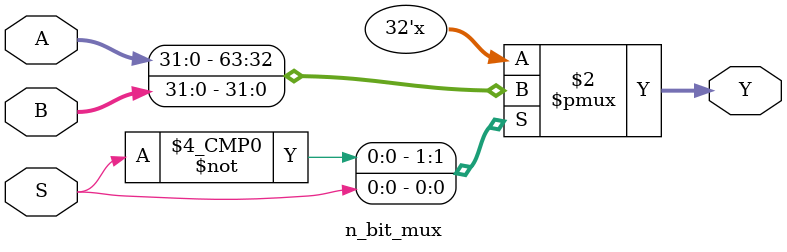
<source format=v>
`timescale 1ns / 1ps


module n_bit_mux #(parameter n=32)(input[n-1: 0]A, input [n-1: 0] B, input S, output reg [n-1:0] Y);
always@(*) begin
  case(S)
    1'b0: Y = A;
    1'b1: Y = B;
  endcase
end
endmodule
</source>
